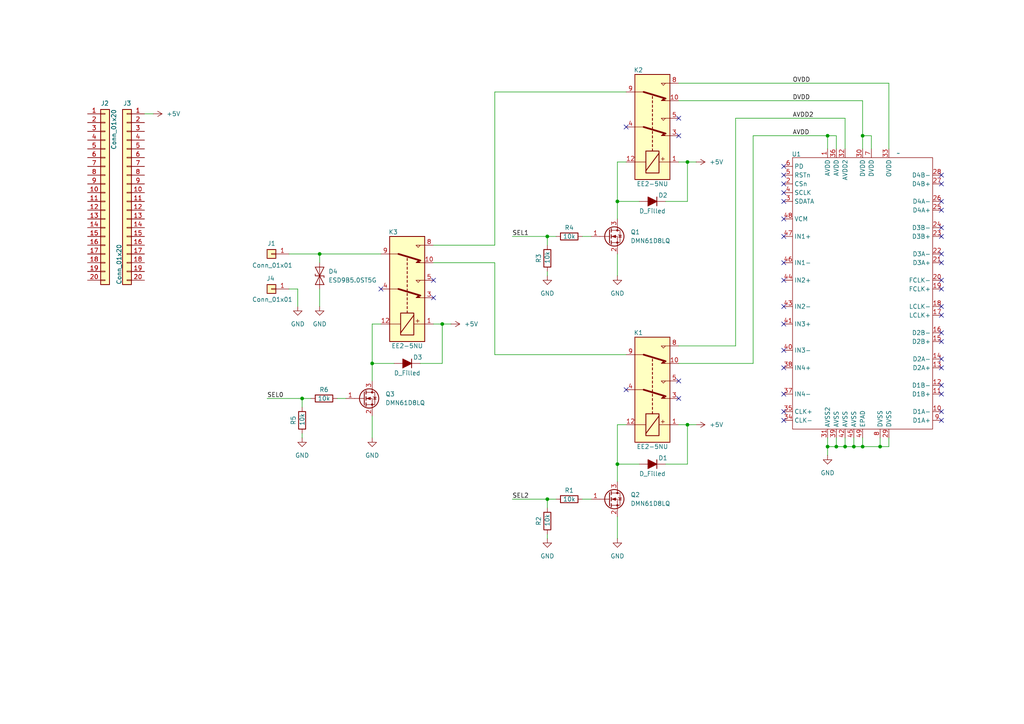
<source format=kicad_sch>
(kicad_sch (version 20231120) (generator "eeschema") (generator_version "8.0")
  (paper "A4")
  (lib_symbols
    (symbol "Connector_Generic:Conn_01x01" (pin_names (offset 1.016) hide)
      (property "Reference" "J" (at 0 2.54 0))
      (property "Value" "Conn_01x01" (at 0 -2.54 0))
      (symbol "Conn_01x01_1_1"
        (rectangle (start -1.27 0.127) (end 0 -0.127) (stroke (width 0.1524)))
        (rectangle (start -1.27 1.27) (end 1.27 -1.27) (stroke (width 0.254)) (fill (type background)))
        (pin passive line (at -5.08 0 0) (length 3.81) (name "Pin_1") (number "1"))
      )
    )
    (symbol "Connector_Generic:Conn_01x20" (pin_names (offset 1.016) hide)
      (property "Reference" "J" (at 0 25.4 0))
      (property "Value" "Conn_01x20" (at 0 -27.94 0))
      (symbol "Conn_01x20_1_1"
        (rectangle (start -1.27 -25.273) (end 0 -25.527) (stroke (width 0.1524)))
        (rectangle (start -1.27 -22.733) (end 0 -22.987) (stroke (width 0.1524)))
        (rectangle (start -1.27 -20.193) (end 0 -20.447) (stroke (width 0.1524)))
        (rectangle (start -1.27 -17.653) (end 0 -17.907) (stroke (width 0.1524)))
        (rectangle (start -1.27 -15.113) (end 0 -15.367) (stroke (width 0.1524)))
        (rectangle (start -1.27 -12.573) (end 0 -12.827) (stroke (width 0.1524)))
        (rectangle (start -1.27 -10.033) (end 0 -10.287) (stroke (width 0.1524)))
        (rectangle (start -1.27 -7.493) (end 0 -7.747) (stroke (width 0.1524)))
        (rectangle (start -1.27 -4.953) (end 0 -5.207) (stroke (width 0.1524)))
        (rectangle (start -1.27 -2.413) (end 0 -2.667) (stroke (width 0.1524)))
        (rectangle (start -1.27 0.127) (end 0 -0.127) (stroke (width 0.1524)))
        (rectangle (start -1.27 2.667) (end 0 2.413) (stroke (width 0.1524)))
        (rectangle (start -1.27 5.207) (end 0 4.953) (stroke (width 0.1524)))
        (rectangle (start -1.27 7.747) (end 0 7.493) (stroke (width 0.1524)))
        (rectangle (start -1.27 10.287) (end 0 10.033) (stroke (width 0.1524)))
        (rectangle (start -1.27 12.827) (end 0 12.573) (stroke (width 0.1524)))
        (rectangle (start -1.27 15.367) (end 0 15.113) (stroke (width 0.1524)))
        (rectangle (start -1.27 17.907) (end 0 17.653) (stroke (width 0.1524)))
        (rectangle (start -1.27 20.447) (end 0 20.193) (stroke (width 0.1524)))
        (rectangle (start -1.27 22.987) (end 0 22.733) (stroke (width 0.1524)))
        (rectangle (start -1.27 24.13) (end 1.27 -26.67) (stroke (width 0.254)) (fill (type background)))
        (pin passive line (at -5.08 22.86 0) (length 3.81) (name "Pin_1") (number "1"))
        (pin passive line (at -5.08 0 0) (length 3.81) (name "Pin_10") (number "10"))
        (pin passive line (at -5.08 -2.54 0) (length 3.81) (name "Pin_11") (number "11"))
        (pin passive line (at -5.08 -5.08 0) (length 3.81) (name "Pin_12") (number "12"))
        (pin passive line (at -5.08 -7.62 0) (length 3.81) (name "Pin_13") (number "13"))
        (pin passive line (at -5.08 -10.16 0) (length 3.81) (name "Pin_14") (number "14"))
        (pin passive line (at -5.08 -12.7 0) (length 3.81) (name "Pin_15") (number "15"))
        (pin passive line (at -5.08 -15.24 0) (length 3.81) (name "Pin_16") (number "16"))
        (pin passive line (at -5.08 -17.78 0) (length 3.81) (name "Pin_17") (number "17"))
        (pin passive line (at -5.08 -20.32 0) (length 3.81) (name "Pin_18") (number "18"))
        (pin passive line (at -5.08 -22.86 0) (length 3.81) (name "Pin_19") (number "19"))
        (pin passive line (at -5.08 20.32 0) (length 3.81) (name "Pin_2") (number "2"))
        (pin passive line (at -5.08 -25.4 0) (length 3.81) (name "Pin_20") (number "20"))
        (pin passive line (at -5.08 17.78 0) (length 3.81) (name "Pin_3") (number "3"))
        (pin passive line (at -5.08 15.24 0) (length 3.81) (name "Pin_4") (number "4"))
        (pin passive line (at -5.08 12.7 0) (length 3.81) (name "Pin_5") (number "5"))
        (pin passive line (at -5.08 10.16 0) (length 3.81) (name "Pin_6") (number "6"))
        (pin passive line (at -5.08 7.62 0) (length 3.81) (name "Pin_7") (number "7"))
        (pin passive line (at -5.08 5.08 0) (length 3.81) (name "Pin_8") (number "8"))
        (pin passive line (at -5.08 2.54 0) (length 3.81) (name "Pin_9") (number "9"))
      )
    )
    (symbol "Device:D_Filled" (pin_numbers hide) (pin_names (offset 1.016) hide)
      (property "Reference" "D" (at 0 2.54 0))
      (property "Value" "D_Filled" (at 0 -2.54 0))
      (symbol "D_Filled_0_1"
        (polyline (pts (xy -1.27 1.27) (xy -1.27 -1.27)) (stroke (width 0.254)))
        (polyline (pts (xy 1.27 0) (xy -1.27 0)))
        (polyline (pts (xy 1.27 1.27) (xy 1.27 -1.27) (xy -1.27 0) (xy 1.27 1.27)) (stroke (width 0.254)) (fill (type outline)))
      )
      (symbol "D_Filled_1_1"
        (pin passive line (at -3.81 0 0) (length 2.54) (name "K") (number "1"))
        (pin passive line (at 3.81 0 180) (length 2.54) (name "A") (number "2"))
      )
    )
    (symbol "Device:R" (pin_numbers hide) (pin_names (offset 0))
      (property "Reference" "R" (at 2.032 0 90))
      (property "Value" "R" (at 0 0 90))
      (symbol "R_0_1"
        (rectangle (start -1.016 -2.54) (end 1.016 2.54) (stroke (width 0.254)))
      )
      (symbol "R_1_1"
        (pin passive line (at 0 3.81 270) (length 1.27) (name "~") (number "1"))
        (pin passive line (at 0 -3.81 90) (length 1.27) (name "~") (number "2"))
      )
    )
    (symbol "Diode:ESD9B5.0ST5G" (pin_numbers hide) (pin_names (offset 1.016) hide)
      (property "Reference" "D" (at 0 2.54 0))
      (property "Value" "ESD9B5.0ST5G" (at 0 -2.54 0))
      (symbol "ESD9B5.0ST5G_0_1"
        (polyline (pts (xy 1.27 0) (xy -1.27 0)))
        (polyline (pts (xy -2.54 -1.27) (xy 0 0) (xy -2.54 1.27) (xy -2.54 -1.27)) (stroke (width 0.2032)))
        (polyline (pts (xy 0.508 1.27) (xy 0 1.27) (xy 0 -1.27) (xy -0.508 -1.27)) (stroke (width 0.2032)))
        (polyline (pts (xy 2.54 1.27) (xy 2.54 -1.27) (xy 0 0) (xy 2.54 1.27)) (stroke (width 0.2032)))
      )
      (symbol "ESD9B5.0ST5G_1_1"
        (pin passive line (at -3.81 0 0) (length 2.54) (name "A1") (number "1"))
        (pin passive line (at 3.81 0 180) (length 2.54) (name "A2") (number "2"))
      )
    )
    (symbol "EEVengers:HMCAD1520"
      (property "Reference" "U" (at 1.27 -1.016 0))
      (symbol "HMCAD1520_0_1"
        (rectangle (start 2.54 -2.54) (end 43.18 -81.28))
      )
      (symbol "HMCAD1520_1_1"
        (pin power_in line (at 12.7 0 270) (length 2.54) (name "AVDD") (number "1"))
        (pin output line (at 45.72 -76.2 180) (length 2.54) (name "D1A-") (number "10"))
        (pin output line (at 45.72 -71.12 180) (length 2.54) (name "D1B+") (number "11"))
        (pin output line (at 45.72 -68.58 180) (length 2.54) (name "D1B-") (number "12"))
        (pin output line (at 45.72 -63.5 180) (length 2.54) (name "D2A+") (number "13"))
        (pin output line (at 45.72 -60.96 180) (length 2.54) (name "D2A-") (number "14"))
        (pin output line (at 45.72 -55.88 180) (length 2.54) (name "D2B+") (number "15"))
        (pin output line (at 45.72 -53.34 180) (length 2.54) (name "D2B-") (number "16"))
        (pin output line (at 45.72 -48.26 180) (length 2.54) (name "LCLK+") (number "17"))
        (pin output line (at 45.72 -45.72 180) (length 2.54) (name "LCLK-") (number "18"))
        (pin output line (at 45.72 -40.64 180) (length 2.54) (name "FCLK+") (number "19"))
        (pin input line (at 0 -10.16 0) (length 2.54) (name "CSn") (number "2"))
        (pin output line (at 45.72 -38.1 180) (length 2.54) (name "FCLK-") (number "20"))
        (pin output line (at 45.72 -33.02 180) (length 2.54) (name "D3A+") (number "21"))
        (pin output line (at 45.72 -30.48 180) (length 2.54) (name "D3A-") (number "22"))
        (pin output line (at 45.72 -25.4 180) (length 2.54) (name "D3B+") (number "23"))
        (pin output line (at 45.72 -22.86 180) (length 2.54) (name "D3B-") (number "24"))
        (pin output line (at 45.72 -17.78 180) (length 2.54) (name "D4A+") (number "25"))
        (pin output line (at 45.72 -15.24 180) (length 2.54) (name "D4A-") (number "26"))
        (pin output line (at 45.72 -10.16 180) (length 2.54) (name "D4B+") (number "27"))
        (pin output line (at 45.72 -7.62 180) (length 2.54) (name "D4B-") (number "28"))
        (pin power_in line (at 30.48 -83.82 90) (length 2.54) (name "DVSS") (number "29"))
        (pin bidirectional line (at 0 -15.24 0) (length 2.54) (name "SDATA") (number "3"))
        (pin power_in line (at 22.86 0 270) (length 2.54) (name "DVDD") (number "30"))
        (pin power_in line (at 12.7 -83.82 90) (length 2.54) (name "AVSS2") (number "31"))
        (pin power_in line (at 17.78 0 270) (length 2.54) (name "AVDD2") (number "32"))
        (pin power_in line (at 30.48 0 270) (length 2.54) (name "OVDD") (number "33"))
        (pin input line (at 0 -78.74 0) (length 2.54) (name "CLK-") (number "34"))
        (pin input line (at 0 -76.2 0) (length 2.54) (name "CLK+") (number "35"))
        (pin power_in line (at 15.24 0 270) (length 2.54) (name "AVDD") (number "36"))
        (pin input line (at 0 -71.12 0) (length 2.54) (name "IN4-") (number "37"))
        (pin input line (at 0 -63.5 0) (length 2.54) (name "IN4+") (number "38"))
        (pin power_in line (at 15.24 -83.82 90) (length 2.54) (name "AVSS") (number "39"))
        (pin input line (at 0 -12.7 0) (length 2.54) (name "SCLK") (number "4"))
        (pin input line (at 0 -58.42 0) (length 2.54) (name "IN3-") (number "40"))
        (pin input line (at 0 -50.8 0) (length 2.54) (name "IN3+") (number "41"))
        (pin power_in line (at 17.78 -83.82 90) (length 2.54) (name "AVSS") (number "42"))
        (pin input line (at 0 -45.72 0) (length 2.54) (name "IN2-") (number "43"))
        (pin input line (at 0 -38.1 0) (length 2.54) (name "IN2+") (number "44"))
        (pin power_in line (at 20.32 -83.82 90) (length 2.54) (name "AVSS") (number "45"))
        (pin input line (at 0 -33.02 0) (length 2.54) (name "IN1-") (number "46"))
        (pin input line (at 0 -25.4 0) (length 2.54) (name "IN1+") (number "47"))
        (pin output line (at 0 -20.32 0) (length 2.54) (name "VCM") (number "48"))
        (pin power_in line (at 22.86 -83.82 90) (length 2.54) (name "EPAD") (number "49"))
        (pin input line (at 0 -7.62 0) (length 2.54) (name "RSTn") (number "5"))
        (pin input line (at 0 -5.08 0) (length 2.54) (name "PD") (number "6"))
        (pin power_in line (at 25.4 0 270) (length 2.54) (name "DVDD") (number "7"))
        (pin power_in line (at 27.94 -83.82 90) (length 2.54) (name "DVSS") (number "8"))
        (pin output line (at 45.72 -78.74 180) (length 2.54) (name "D1A+") (number "9"))
      )
    )
    (symbol "Relay:EE2-5NU"
      (property "Reference" "K" (at 15.24 8.89 0))
      (property "Value" "EE2-5NU" (at 19.05 6.35 0))
      (symbol "EE2-5NU_1_1"
        (rectangle (start -15.24 5.08) (end 15.24 -5.08) (stroke (width 0.254)) (fill (type background)))
        (rectangle (start -13.335 1.905) (end -6.985 -1.905) (stroke (width 0.254)))
        (polyline (pts (xy -12.7 -1.905) (xy -7.62 1.905)) (stroke (width 0.254)))
        (polyline (pts (xy -10.16 -5.08) (xy -10.16 -1.905)))
        (polyline (pts (xy -10.16 5.08) (xy -10.16 1.905)))
        (polyline (pts (xy -6.985 0) (xy -6.35 0)) (stroke (width 0.254)))
        (polyline (pts (xy -5.715 0) (xy -5.08 0)) (stroke (width 0.254)))
        (polyline (pts (xy -4.445 0) (xy -3.81 0)) (stroke (width 0.254)))
        (polyline (pts (xy -3.175 0) (xy -2.54 0)) (stroke (width 0.254)))
        (polyline (pts (xy -1.905 0) (xy -1.27 0)) (stroke (width 0.254)))
        (polyline (pts (xy -0.635 0) (xy 0 0)) (stroke (width 0.254)))
        (polyline (pts (xy 0 -2.54) (xy -1.905 3.81)) (stroke (width 0.508)))
        (polyline (pts (xy 0 -2.54) (xy 0 -5.08)))
        (polyline (pts (xy 0.635 0) (xy 1.27 0)) (stroke (width 0.254)))
        (polyline (pts (xy 1.905 0) (xy 2.54 0)) (stroke (width 0.254)))
        (polyline (pts (xy 3.175 0) (xy 3.81 0)) (stroke (width 0.254)))
        (polyline (pts (xy 4.445 0) (xy 5.08 0)) (stroke (width 0.254)))
        (polyline (pts (xy 5.715 0) (xy 6.35 0)) (stroke (width 0.254)))
        (polyline (pts (xy 6.985 0) (xy 7.62 0)) (stroke (width 0.254)))
        (polyline (pts (xy 8.255 0) (xy 8.89 0)) (stroke (width 0.254)))
        (polyline (pts (xy 10.16 -2.54) (xy 8.255 3.81)) (stroke (width 0.508)))
        (polyline (pts (xy 10.16 -2.54) (xy 10.16 -5.08)))
        (polyline (pts (xy -2.54 5.08) (xy -2.54 2.54) (xy -1.905 3.175) (xy -2.54 3.81)) (fill (type outline)))
        (polyline (pts (xy 2.54 5.08) (xy 2.54 2.54) (xy 1.905 3.175) (xy 2.54 3.81)))
        (polyline (pts (xy 7.62 5.08) (xy 7.62 2.54) (xy 8.255 3.175) (xy 7.62 3.81)) (fill (type outline)))
        (polyline (pts (xy 12.7 5.08) (xy 12.7 2.54) (xy 12.065 3.175) (xy 12.7 3.81)))
        (text "+" (at -9.271 2.921 0) (effects (font (size 1.27 1.27))))
        (pin passive line (at -10.16 7.62 270) (length 2.54) (name "~") (number "1"))
        (pin passive line (at 7.62 7.62 270) (length 2.54) (name "~") (number "10"))
        (pin passive line (at -10.16 -7.62 90) (length 2.54) (name "~") (number "12"))
        (pin passive line (at -2.54 7.62 270) (length 2.54) (name "~") (number "3"))
        (pin passive line (at 0 -7.62 90) (length 2.54) (name "~") (number "4"))
        (pin passive line (at 2.54 7.62 270) (length 2.54) (name "~") (number "5"))
        (pin passive line (at 12.7 7.62 270) (length 2.54) (name "~") (number "8"))
        (pin passive line (at 10.16 -7.62 90) (length 2.54) (name "~") (number "9"))
      )
    )
    (symbol "Transistor_FET:DMN61D8LQ" (pin_names hide)
      (property "Reference" "Q" (at 5.08 1.905 0))
      (property "Value" "DMN61D8LQ" (at 5.08 0 0))
      (symbol "DMN61D8LQ_0_1"
        (polyline (pts (xy 0.254 0) (xy -2.54 0)))
        (polyline (pts (xy 0.254 1.905) (xy 0.254 -1.905)) (stroke (width 0.254)))
        (polyline (pts (xy 0.762 -1.27) (xy 0.762 -2.286)) (stroke (width 0.254)))
        (polyline (pts (xy 0.762 0.508) (xy 0.762 -0.508)) (stroke (width 0.254)))
        (polyline (pts (xy 0.762 2.286) (xy 0.762 1.27)) (stroke (width 0.254)))
        (polyline (pts (xy 2.54 2.54) (xy 2.54 1.778)))
        (polyline (pts (xy 2.54 -2.54) (xy 2.54 0) (xy 0.762 0)))
        (polyline (pts (xy 0.762 -1.778) (xy 3.302 -1.778) (xy 3.302 1.778) (xy 0.762 1.778)))
        (polyline (pts (xy 1.016 0) (xy 2.032 0.381) (xy 2.032 -0.381) (xy 1.016 0)) (fill (type outline)))
        (polyline (pts (xy 2.794 0.508) (xy 2.921 0.381) (xy 3.683 0.381) (xy 3.81 0.254)))
        (polyline (pts (xy 3.302 0.381) (xy 2.921 -0.254) (xy 3.683 -0.254) (xy 3.302 0.381)))
        (circle (center 1.651 0) (radius 2.794) (stroke (width 0.254)))
        (circle (center 2.54 -1.778) (radius 0.254) (fill (type outline)))
        (circle (center 2.54 1.778) (radius 0.254) (fill (type outline)))
      )
      (symbol "DMN61D8LQ_1_1"
        (pin input line (at -5.08 0 0) (length 2.54) (name "G") (number "1"))
        (pin passive line (at 2.54 -5.08 90) (length 2.54) (name "S") (number "2"))
        (pin passive line (at 2.54 5.08 270) (length 2.54) (name "D") (number "3"))
      )
    )
    (symbol "power:+5V" (power) (pin_numbers hide) (pin_names (offset 0) hide)
      (property "Value" "+5V" (at 0 3.556 0))
      (symbol "+5V_0_1"
        (polyline (pts (xy -0.762 1.27) (xy 0 2.54)))
        (polyline (pts (xy 0 0) (xy 0 2.54)))
        (polyline (pts (xy 0 2.54) (xy 0.762 1.27)))
      )
      (symbol "+5V_1_1"
        (pin power_in line (at 0 0 90) (length 0) (name "~") (number "1"))
      )
    )
    (symbol "power:GND" (power) (pin_numbers hide) (pin_names (offset 0) hide)
      (property "Value" "GND" (at 0 -3.81 0))
      (symbol "GND_0_1"
        (polyline (pts (xy 0 0) (xy 0 -1.27) (xy 1.27 -1.27) (xy 0 -2.54) (xy -1.27 -1.27) (xy 0 -1.27)))
      )
      (symbol "GND_1_1"
        (pin power_in line (at 0 0 270) (length 0) (name "~") (number "1"))
      )
    )
  )
  (junction (at 240.03 39.37))
  (junction (at 179.07 134.62))
  (junction (at 87.63 115.57))
  (junction (at 158.75 68.58))
  (junction (at 107.95 105.41))
  (junction (at 199.39 123.19))
  (junction (at 250.19 39.37))
  (junction (at 245.11 129.54))
  (junction (at 179.07 58.42))
  (junction (at 250.19 129.54))
  (junction (at 158.75 144.78))
  (junction (at 247.65 129.54))
  (junction (at 199.39 46.99))
  (junction (at 255.27 129.54))
  (junction (at 128.27 93.98))
  (junction (at 92.71 73.66))
  (junction (at 242.57 129.54))
  (junction (at 240.03 129.54))
  (no_connect (at 273.05 121.92))
  (no_connect (at 110.49 83.82))
  (no_connect (at 227.33 93.98))
  (no_connect (at 227.33 76.2))
  (no_connect (at 273.05 66.04))
  (no_connect (at 273.05 73.66))
  (no_connect (at 227.33 101.6))
  (no_connect (at 227.33 81.28))
  (no_connect (at 227.33 58.42))
  (no_connect (at 273.05 104.14))
  (no_connect (at 273.05 114.3))
  (no_connect (at 273.05 119.38))
  (no_connect (at 227.33 121.92))
  (no_connect (at 227.33 88.9))
  (no_connect (at 273.05 96.52))
  (no_connect (at 273.05 83.82))
  (no_connect (at 227.33 68.58))
  (no_connect (at 181.61 36.83))
  (no_connect (at 273.05 76.2))
  (no_connect (at 227.33 63.5))
  (no_connect (at 227.33 55.88))
  (no_connect (at 196.85 34.29))
  (no_connect (at 196.85 39.37))
  (no_connect (at 273.05 106.68))
  (no_connect (at 273.05 60.96))
  (no_connect (at 273.05 68.58))
  (no_connect (at 196.85 110.49))
  (no_connect (at 196.85 115.57))
  (no_connect (at 227.33 50.8))
  (no_connect (at 273.05 88.9))
  (no_connect (at 273.05 58.42))
  (no_connect (at 181.61 113.03))
  (no_connect (at 227.33 106.68))
  (no_connect (at 125.73 86.36))
  (no_connect (at 125.73 81.28))
  (no_connect (at 227.33 119.38))
  (no_connect (at 273.05 111.76))
  (no_connect (at 227.33 114.3))
  (no_connect (at 273.05 91.44))
  (no_connect (at 273.05 53.34))
  (no_connect (at 273.05 99.06))
  (no_connect (at 227.33 48.26))
  (no_connect (at 273.05 81.28))
  (no_connect (at 273.05 50.8))
  (no_connect (at 227.33 53.34))
  (wire (pts (xy 179.07 149.86) (xy 179.07 156.21)))
  (wire (pts (xy 247.65 129.54) (xy 250.19 129.54)))
  (wire (pts (xy 107.95 93.98) (xy 107.95 105.41)))
  (wire (pts (xy 242.57 43.18) (xy 242.57 39.37)))
  (wire (pts (xy 143.51 71.12) (xy 143.51 26.67)))
  (wire (pts (xy 240.03 39.37) (xy 240.03 43.18)))
  (wire (pts (xy 213.36 100.33) (xy 213.36 34.29)))
  (wire (pts (xy 257.81 129.54) (xy 257.81 127)))
  (wire (pts (xy 158.75 78.74) (xy 158.75 80.01)))
  (wire (pts (xy 107.95 93.98) (xy 110.49 93.98)))
  (wire (pts (xy 125.73 76.2) (xy 143.51 76.2)))
  (wire (pts (xy 86.36 83.82) (xy 86.36 88.9)))
  (wire (pts (xy 252.73 43.18) (xy 252.73 39.37)))
  (wire (pts (xy 196.85 29.21) (xy 250.19 29.21)))
  (wire (pts (xy 158.75 154.94) (xy 158.75 156.21)))
  (wire (pts (xy 143.51 26.67) (xy 181.61 26.67)))
  (wire (pts (xy 255.27 127) (xy 255.27 129.54)))
  (wire (pts (xy 250.19 43.18) (xy 250.19 39.37)))
  (wire (pts (xy 121.92 105.41) (xy 128.27 105.41)))
  (wire (pts (xy 179.07 134.62) (xy 179.07 139.7)))
  (wire (pts (xy 107.95 105.41) (xy 114.3 105.41)))
  (wire (pts (xy 193.04 58.42) (xy 199.39 58.42)))
  (wire (pts (xy 179.07 46.99) (xy 179.07 58.42)))
  (wire (pts (xy 196.85 46.99) (xy 199.39 46.99)))
  (wire (pts (xy 240.03 39.37) (xy 242.57 39.37)))
  (wire (pts (xy 245.11 43.18) (xy 245.11 34.29)))
  (wire (pts (xy 240.03 129.54) (xy 242.57 129.54)))
  (wire (pts (xy 107.95 105.41) (xy 107.95 110.49)))
  (wire (pts (xy 143.51 76.2) (xy 143.51 102.87)))
  (wire (pts (xy 168.91 68.58) (xy 171.45 68.58)))
  (wire (pts (xy 196.85 100.33) (xy 213.36 100.33)))
  (wire (pts (xy 148.59 144.78) (xy 158.75 144.78)))
  (wire (pts (xy 199.39 134.62) (xy 199.39 123.19)))
  (wire (pts (xy 87.63 115.57) (xy 90.17 115.57)))
  (wire (pts (xy 196.85 105.41) (xy 218.44 105.41)))
  (wire (pts (xy 218.44 39.37) (xy 240.03 39.37)))
  (wire (pts (xy 250.19 129.54) (xy 255.27 129.54)))
  (wire (pts (xy 97.79 115.57) (xy 100.33 115.57)))
  (wire (pts (xy 128.27 105.41) (xy 128.27 93.98)))
  (wire (pts (xy 158.75 68.58) (xy 161.29 68.58)))
  (wire (pts (xy 148.59 68.58) (xy 158.75 68.58)))
  (wire (pts (xy 179.07 123.19) (xy 179.07 134.62)))
  (wire (pts (xy 213.36 34.29) (xy 245.11 34.29)))
  (wire (pts (xy 158.75 144.78) (xy 161.29 144.78)))
  (wire (pts (xy 252.73 39.37) (xy 250.19 39.37)))
  (wire (pts (xy 255.27 129.54) (xy 257.81 129.54)))
  (wire (pts (xy 196.85 123.19) (xy 199.39 123.19)))
  (wire (pts (xy 128.27 93.98) (xy 130.81 93.98)))
  (wire (pts (xy 245.11 127) (xy 245.11 129.54)))
  (wire (pts (xy 240.03 127) (xy 240.03 129.54)))
  (wire (pts (xy 168.91 144.78) (xy 171.45 144.78)))
  (wire (pts (xy 87.63 125.73) (xy 87.63 127)))
  (wire (pts (xy 199.39 46.99) (xy 201.93 46.99)))
  (wire (pts (xy 250.19 39.37) (xy 250.19 29.21)))
  (wire (pts (xy 158.75 68.58) (xy 158.75 71.12)))
  (wire (pts (xy 87.63 115.57) (xy 87.63 118.11)))
  (wire (pts (xy 83.82 83.82) (xy 86.36 83.82)))
  (wire (pts (xy 77.47 115.57) (xy 87.63 115.57)))
  (wire (pts (xy 125.73 71.12) (xy 143.51 71.12)))
  (wire (pts (xy 158.75 144.78) (xy 158.75 147.32)))
  (wire (pts (xy 41.91 33.02) (xy 44.45 33.02)))
  (wire (pts (xy 125.73 93.98) (xy 128.27 93.98)))
  (wire (pts (xy 218.44 105.41) (xy 218.44 39.37)))
  (wire (pts (xy 193.04 134.62) (xy 199.39 134.62)))
  (wire (pts (xy 179.07 58.42) (xy 185.42 58.42)))
  (wire (pts (xy 179.07 123.19) (xy 181.61 123.19)))
  (wire (pts (xy 92.71 73.66) (xy 110.49 73.66)))
  (wire (pts (xy 257.81 43.18) (xy 257.81 24.13)))
  (wire (pts (xy 199.39 58.42) (xy 199.39 46.99)))
  (wire (pts (xy 240.03 129.54) (xy 240.03 132.08)))
  (wire (pts (xy 199.39 123.19) (xy 201.93 123.19)))
  (wire (pts (xy 179.07 46.99) (xy 181.61 46.99)))
  (wire (pts (xy 107.95 120.65) (xy 107.95 127)))
  (wire (pts (xy 92.71 83.82) (xy 92.71 88.9)))
  (wire (pts (xy 247.65 127) (xy 247.65 129.54)))
  (wire (pts (xy 143.51 102.87) (xy 181.61 102.87)))
  (wire (pts (xy 245.11 129.54) (xy 247.65 129.54)))
  (wire (pts (xy 179.07 58.42) (xy 179.07 63.5)))
  (wire (pts (xy 250.19 127) (xy 250.19 129.54)))
  (wire (pts (xy 196.85 24.13) (xy 257.81 24.13)))
  (wire (pts (xy 179.07 134.62) (xy 185.42 134.62)))
  (wire (pts (xy 83.82 73.66) (xy 92.71 73.66)))
  (wire (pts (xy 92.71 73.66) (xy 92.71 76.2)))
  (wire (pts (xy 179.07 73.66) (xy 179.07 80.01)))
  (wire (pts (xy 242.57 127) (xy 242.57 129.54)))
  (wire (pts (xy 242.57 129.54) (xy 245.11 129.54)))
  (label "AVDD2" (at 229.87 34.29 0))
  (label "DVDD" (at 229.87 29.21 0))
  (label "SEL1" (at 148.59 68.58 0))
  (label "SEL2" (at 148.59 144.78 0))
  (label "SEL0" (at 77.47 115.57 0))
  (label "OVDD" (at 229.87 24.13 0))
  (label "AVDD" (at 229.87 39.37 0))
  (symbol (lib_id "power:+5V") (at 201.93 46.99 270) (unit 1)
    (property "Reference" "#PWR07" (effects (hide yes)))
    (property "Value" "+5V" (at 205.74 46.9899 90) (effects (justify left)))
    (property "Description" "Power symbol creates a global label with name \"+5V\"" (effects (hide yes)))
  )
  (symbol (lib_id "power:GND") (at 87.63 127 0) (unit 1)
    (property "Reference" "#PWR08" (effects (hide yes)))
    (property "Value" "GND" (at 87.63 132.08 0))
    (property "Description" "Power symbol creates a global label with name \"GND\" , ground" (effects (hide yes)))
  )
  (symbol (lib_id "Relay:EE2-5NU") (at 118.11 83.82 270) (mirror x) (unit 1)
    (property "Reference" "K3" (at 114.046 67.31 90))
    (property "Value" "EE2-5NU" (at 118.11 100.33 90))
    (property "Footprint" "Relay_SMD:Relay_DPDT_Kemet_EE2_NU" (effects (hide yes)))
    (property "Datasheet" "https://content.kemet.com/datasheets/KEM_R7002_EC2_EE2.pdf" (effects (hide yes)))
    (property "Description" "General purpose signal relay, Kemet EE2 Series, DPDT (2 Form C), non-latching, SMD, 60W/125VA, 220VDC/250VAC, 2A, 5V DC coil" (effects (hide yes)))
  )
  (symbol (lib_id "Device:R") (at 165.1 144.78 90) (unit 1)
    (property "Reference" "R1" (at 165.1 142.24 90))
    (property "Value" "10k" (at 165.1 144.78 90))
    (property "Footprint" "Resistor_SMD:R_0402_1005Metric" (effects (hide yes)))
    (property "Description" "Resistor" (effects (hide yes)))
  )
  (symbol (lib_id "Device:R") (at 93.98 115.57 90) (unit 1)
    (property "Reference" "R6" (at 93.98 113.03 90))
    (property "Value" "10k" (at 93.98 115.57 90))
    (property "Footprint" "Resistor_SMD:R_0402_1005Metric" (effects (hide yes)))
    (property "Description" "Resistor" (effects (hide yes)))
  )
  (symbol (lib_id "power:GND") (at 158.75 156.21 0) (unit 1)
    (property "Reference" "#PWR04" (effects (hide yes)))
    (property "Value" "GND" (at 158.75 161.29 0))
    (property "Description" "Power symbol creates a global label with name \"GND\" , ground" (effects (hide yes)))
  )
  (symbol (lib_id "power:+5V") (at 201.93 123.19 270) (unit 1)
    (property "Reference" "#PWR02" (effects (hide yes)))
    (property "Value" "+5V" (at 205.74 123.1899 90) (effects (justify left)))
    (property "Description" "Power symbol creates a global label with name \"+5V\"" (effects (hide yes)))
  )
  (symbol (lib_id "Device:R") (at 158.75 74.93 180) (unit 1)
    (property "Reference" "R3" (at 156.21 74.93 90))
    (property "Value" "10k" (at 158.75 74.676 90))
    (property "Footprint" "Resistor_SMD:R_0402_1005Metric" (effects (hide yes)))
    (property "Description" "Resistor" (effects (hide yes)))
  )
  (symbol (lib_id "power:GND") (at 158.75 80.01 0) (unit 1)
    (property "Reference" "#PWR05" (effects (hide yes)))
    (property "Value" "GND" (at 158.75 85.09 0))
    (property "Description" "Power symbol creates a global label with name \"GND\" , ground" (effects (hide yes)))
  )
  (symbol (lib_id "Connector_Generic:Conn_01x20") (at 30.48 55.88 0) (unit 1)
    (property "Reference" "J2" (at 29.21 29.972 0) (effects (justify left)))
    (property "Value" "Conn_01x20" (at 33.02 43.434 90) (effects (justify left)))
    (property "Footprint" "Connector_PinSocket_2.54mm:PinSocket_1x20_P2.54mm_Vertical" (effects (hide yes)))
    (property "Description" "Generic connector, single row, 01x20, script generated (kicad-library-utils/schlib/autogen/connector/)" (effects (hide yes)))
  )
  (symbol (lib_id "power:GND") (at 92.71 88.9 0) (unit 1)
    (property "Reference" "#PWR013" (effects (hide yes)))
    (property "Value" "GND" (at 92.71 93.98 0))
    (property "Description" "Power symbol creates a global label with name \"GND\" , ground" (effects (hide yes)))
  )
  (symbol (lib_id "power:+5V") (at 44.45 33.02 270) (unit 1)
    (property "Reference" "#PWR011" (effects (hide yes)))
    (property "Value" "+5V" (at 48.26 33.0199 90) (effects (justify left)))
    (property "Description" "Power symbol creates a global label with name \"+5V\"" (effects (hide yes)))
  )
  (symbol (lib_id "Connector_Generic:Conn_01x20") (at 36.83 55.88 0) (mirror y) (unit 1)
    (property "Reference" "J3" (at 38.1 29.972 0) (effects (justify left)))
    (property "Value" "Conn_01x20" (at 34.544 82.55 90) (effects (justify left)))
    (property "Footprint" "Connector_PinSocket_2.54mm:PinSocket_1x20_P2.54mm_Vertical" (effects (hide yes)))
    (property "Description" "Generic connector, single row, 01x20, script generated (kicad-library-utils/schlib/autogen/connector/)" (effects (hide yes)))
  )
  (symbol (lib_id "Transistor_FET:DMN61D8LQ") (at 105.41 115.57 0) (unit 1)
    (property "Reference" "Q3" (at 111.76 114.2999 0) (effects (justify left)))
    (property "Value" "DMN61D8LQ" (at 111.76 116.8399 0) (effects (justify left)))
    (property "Footprint" "Package_TO_SOT_SMD:SOT-23" (effects (hide yes)))
    (property "Datasheet" "https://www.diodes.com/assets/Datasheets/DMN61D8LQ.pdf" (effects (hide yes)))
    (property "Description" "60V Vds, 0.470A Id, N-Channel MOSFET for switching inductive loads , SOT-23" (effects (hide yes)))
  )
  (symbol (lib_id "Device:R") (at 165.1 68.58 90) (unit 1)
    (property "Reference" "R4" (at 165.1 66.04 90))
    (property "Value" "10k" (at 165.1 68.58 90))
    (property "Footprint" "Resistor_SMD:R_0402_1005Metric" (effects (hide yes)))
    (property "Description" "Resistor" (effects (hide yes)))
  )
  (symbol (lib_id "power:GND") (at 179.07 80.01 0) (unit 1)
    (property "Reference" "#PWR06" (effects (hide yes)))
    (property "Value" "GND" (at 179.07 85.09 0))
    (property "Description" "Power symbol creates a global label with name \"GND\" , ground" (effects (hide yes)))
  )
  (symbol (lib_id "Device:R") (at 87.63 121.92 180) (unit 1)
    (property "Reference" "R5" (at 85.09 121.92 90))
    (property "Value" "10k" (at 87.63 121.666 90))
    (property "Footprint" "Resistor_SMD:R_0402_1005Metric" (effects (hide yes)))
    (property "Description" "Resistor" (effects (hide yes)))
  )
  (symbol (lib_id "Connector_Generic:Conn_01x01") (at 78.74 73.66 0) (mirror y) (unit 1)
    (property "Reference" "J1" (at 78.74 70.612 0))
    (property "Value" "Conn_01x01" (at 78.994 76.962 0))
    (property "Description" "Generic connector, single row, 01x01, script generated (kicad-library-utils/schlib/autogen/connector/)" (effects (hide yes)))
  )
  (symbol (lib_id "Device:D_Filled") (at 189.23 58.42 180) (unit 1)
    (property "Reference" "D2" (at 192.278 56.642 0))
    (property "Value" "D_Filled" (at 189.23 61.214 0))
    (property "Footprint" "Diode_SMD:D_SOD-323" (effects (hide yes)))
    (property "Description" "Diode, filled shape" (effects (hide yes)))
    (property "Sim.Device" "D" (effects (hide yes)))
    (property "Sim.Pins" "1=K 2=A" (effects (hide yes)))
  )
  (symbol (lib_id "Device:D_Filled") (at 118.11 105.41 180) (unit 1)
    (property "Reference" "D3" (at 121.158 103.632 0))
    (property "Value" "D_Filled" (at 118.11 108.204 0))
    (property "Footprint" "Diode_SMD:D_SOD-323" (effects (hide yes)))
    (property "Description" "Diode, filled shape" (effects (hide yes)))
    (property "Sim.Device" "D" (effects (hide yes)))
    (property "Sim.Pins" "1=K 2=A" (effects (hide yes)))
  )
  (symbol (lib_id "EEVengers:HMCAD1520") (at 227.33 43.18 0) (unit 1)
    (property "Reference" "U1" (at 229.616 44.704 0) (effects (justify left)))
    (property "Value" "~" (at 260.0041 44.45 0) (effects (justify left)))
  )
  (symbol (lib_id "Relay:EE2-5NU") (at 189.23 113.03 270) (mirror x) (unit 1)
    (property "Reference" "K1" (at 185.166 96.52 90))
    (property "Value" "EE2-5NU" (at 189.23 129.54 90))
    (property "Footprint" "Relay_SMD:Relay_DPDT_Kemet_EE2_NU" (effects (hide yes)))
    (property "Datasheet" "https://content.kemet.com/datasheets/KEM_R7002_EC2_EE2.pdf" (effects (hide yes)))
    (property "Description" "General purpose signal relay, Kemet EE2 Series, DPDT (2 Form C), non-latching, SMD, 60W/125VA, 220VDC/250VAC, 2A, 5V DC coil" (effects (hide yes)))
  )
  (symbol (lib_id "power:GND") (at 179.07 156.21 0) (unit 1)
    (property "Reference" "#PWR03" (effects (hide yes)))
    (property "Value" "GND" (at 179.07 161.29 0))
    (property "Description" "Power symbol creates a global label with name \"GND\" , ground" (effects (hide yes)))
  )
  (symbol (lib_id "power:GND") (at 107.95 127 0) (unit 1)
    (property "Reference" "#PWR09" (effects (hide yes)))
    (property "Value" "GND" (at 107.95 132.08 0))
    (property "Description" "Power symbol creates a global label with name \"GND\" , ground" (effects (hide yes)))
  )
  (symbol (lib_id "Transistor_FET:DMN61D8LQ") (at 176.53 144.78 0) (unit 1)
    (property "Reference" "Q2" (at 182.88 143.5099 0) (effects (justify left)))
    (property "Value" "DMN61D8LQ" (at 182.88 146.0499 0) (effects (justify left)))
    (property "Footprint" "Package_TO_SOT_SMD:SOT-23" (effects (hide yes)))
    (property "Datasheet" "https://www.diodes.com/assets/Datasheets/DMN61D8LQ.pdf" (effects (hide yes)))
    (property "Description" "60V Vds, 0.470A Id, N-Channel MOSFET for switching inductive loads , SOT-23" (effects (hide yes)))
  )
  (symbol (lib_id "power:GND") (at 240.03 132.08 0) (unit 1)
    (property "Reference" "#PWR01" (effects (hide yes)))
    (property "Value" "GND" (at 240.03 137.16 0))
    (property "Description" "Power symbol creates a global label with name \"GND\" , ground" (effects (hide yes)))
  )
  (symbol (lib_id "Diode:ESD9B5.0ST5G") (at 92.71 80.01 90) (unit 1)
    (property "Reference" "D4" (at 95.25 78.7399 90) (effects (justify right)))
    (property "Value" "ESD9B5.0ST5G" (at 95.25 81.2799 90) (effects (justify right)))
    (property "Footprint" "Diode_SMD:D_SOD-923" (effects (hide yes)))
    (property "Datasheet" "https://www.onsemi.com/pub/Collateral/ESD9B-D.PDF" (effects (hide yes)))
    (property "Description" "ESD protection diode, 5.0Vrwm, SOD-923" (effects (hide yes)))
  )
  (symbol (lib_id "Device:R") (at 158.75 151.13 180) (unit 1)
    (property "Reference" "R2" (at 156.21 151.13 90))
    (property "Value" "10k" (at 158.75 150.876 90))
    (property "Footprint" "Resistor_SMD:R_0402_1005Metric" (effects (hide yes)))
    (property "Description" "Resistor" (effects (hide yes)))
  )
  (symbol (lib_id "Device:D_Filled") (at 189.23 134.62 180) (unit 1)
    (property "Reference" "D1" (at 192.278 132.842 0))
    (property "Value" "D_Filled" (at 189.23 137.414 0))
    (property "Footprint" "Diode_SMD:D_SOD-323" (effects (hide yes)))
    (property "Description" "Diode, filled shape" (effects (hide yes)))
    (property "Sim.Device" "D" (effects (hide yes)))
    (property "Sim.Pins" "1=K 2=A" (effects (hide yes)))
  )
  (symbol (lib_id "Connector_Generic:Conn_01x01") (at 78.74 83.82 0) (mirror y) (unit 1)
    (property "Reference" "J4" (at 78.486 80.772 0))
    (property "Value" "Conn_01x01" (at 78.994 86.868 0))
    (property "Description" "Generic connector, single row, 01x01, script generated (kicad-library-utils/schlib/autogen/connector/)" (effects (hide yes)))
  )
  (symbol (lib_id "power:GND") (at 86.36 88.9 0) (unit 1)
    (property "Reference" "#PWR012" (effects (hide yes)))
    (property "Value" "GND" (at 86.36 93.98 0))
    (property "Description" "Power symbol creates a global label with name \"GND\" , ground" (effects (hide yes)))
  )
  (symbol (lib_id "power:+5V") (at 130.81 93.98 270) (unit 1)
    (property "Reference" "#PWR010" (effects (hide yes)))
    (property "Value" "+5V" (at 134.62 93.9799 90) (effects (justify left)))
    (property "Description" "Power symbol creates a global label with name \"+5V\"" (effects (hide yes)))
  )
  (symbol (lib_id "Transistor_FET:DMN61D8LQ") (at 176.53 68.58 0) (unit 1)
    (property "Reference" "Q1" (at 182.88 67.3099 0) (effects (justify left)))
    (property "Value" "DMN61D8LQ" (at 182.88 69.8499 0) (effects (justify left)))
    (property "Footprint" "Package_TO_SOT_SMD:SOT-23" (effects (hide yes)))
    (property "Datasheet" "https://www.diodes.com/assets/Datasheets/DMN61D8LQ.pdf" (effects (hide yes)))
    (property "Description" "60V Vds, 0.470A Id, N-Channel MOSFET for switching inductive loads , SOT-23" (effects (hide yes)))
  )
  (symbol (lib_id "Relay:EE2-5NU") (at 189.23 36.83 270) (mirror x) (unit 1)
    (property "Reference" "K2" (at 185.166 20.32 90))
    (property "Value" "EE2-5NU" (at 189.23 53.34 90))
    (property "Footprint" "Relay_SMD:Relay_DPDT_Kemet_EE2_NU" (effects (hide yes)))
    (property "Datasheet" "https://content.kemet.com/datasheets/KEM_R7002_EC2_EE2.pdf" (effects (hide yes)))
    (property "Description" "General purpose signal relay, Kemet EE2 Series, DPDT (2 Form C), non-latching, SMD, 60W/125VA, 220VDC/250VAC, 2A, 5V DC coil" (effects (hide yes)))
  )
)
</source>
